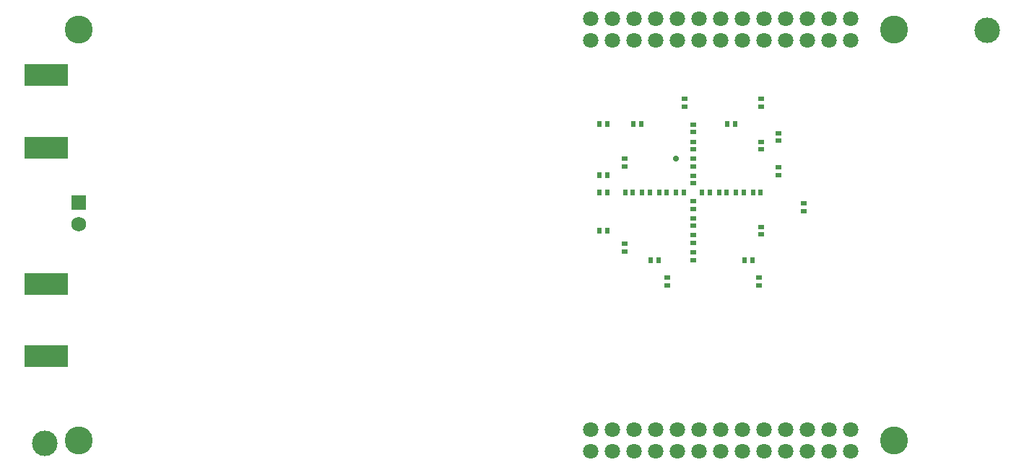
<source format=gbs>
G04 (created by PCBNEW (2013-mar-25)-stable) date Friday, July 17, 2015 01:34:24 PM*
%MOIN*%
G04 Gerber Fmt 3.4, Leading zero omitted, Abs format*
%FSLAX34Y34*%
G01*
G70*
G90*
G04 APERTURE LIST*
%ADD10C,0.006*%
%ADD11C,0.0708661*%
%ADD12C,0.128937*%
%ADD13C,0.0275591*%
%ADD14R,0.0688976X0.0688976*%
%ADD15C,0.0688976*%
%ADD16R,0.203937X0.0990157*%
%ADD17R,0.0275591X0.019685*%
%ADD18R,0.019685X0.0275591*%
%ADD19C,0.11811*%
G04 APERTURE END LIST*
G54D10*
G54D11*
X68305Y-48370D03*
X68305Y-49370D03*
X67305Y-48370D03*
X67305Y-49370D03*
X66305Y-48370D03*
X66305Y-49370D03*
X65305Y-48370D03*
X65305Y-49370D03*
X64305Y-48370D03*
X64305Y-49370D03*
X63305Y-48370D03*
X63305Y-49370D03*
X62305Y-48370D03*
X62305Y-49370D03*
X61305Y-48370D03*
X61305Y-49370D03*
X60305Y-48370D03*
X60305Y-49370D03*
X59305Y-48370D03*
X59305Y-49370D03*
X58305Y-48370D03*
X58305Y-49370D03*
X57305Y-48370D03*
X57305Y-49370D03*
X56305Y-48370D03*
X56305Y-49370D03*
X68305Y-29370D03*
X68305Y-30370D03*
X67305Y-29370D03*
X67305Y-30370D03*
X66305Y-29370D03*
X66305Y-30370D03*
X65305Y-29370D03*
X65305Y-30370D03*
X64305Y-29370D03*
X64305Y-30370D03*
X63305Y-29370D03*
X63305Y-30370D03*
X62305Y-29370D03*
X62305Y-30370D03*
X61305Y-29370D03*
X61305Y-30370D03*
X60305Y-29370D03*
X60305Y-30370D03*
X59305Y-29370D03*
X59305Y-30370D03*
X58305Y-29370D03*
X58305Y-30370D03*
X57305Y-29370D03*
X57305Y-30370D03*
X56305Y-29370D03*
X56305Y-30370D03*
G54D12*
X70305Y-29870D03*
X70305Y-48870D03*
X32677Y-29870D03*
X32677Y-48870D03*
G54D13*
X60236Y-35826D03*
G54D14*
X32677Y-37885D03*
G54D15*
X32677Y-38885D03*
G54D16*
X31185Y-44982D03*
X31185Y-41631D03*
X31185Y-35336D03*
X31185Y-31986D03*
G54D17*
X61023Y-38956D03*
X61023Y-38602D03*
X60629Y-33444D03*
X60629Y-33090D03*
X59842Y-41358D03*
X59842Y-41712D03*
X64960Y-35019D03*
X64960Y-34665D03*
G54D18*
X57066Y-36614D03*
X56712Y-36614D03*
X57066Y-34251D03*
X56712Y-34251D03*
G54D17*
X64074Y-41358D03*
X64074Y-41712D03*
G54D18*
X57066Y-37401D03*
X56712Y-37401D03*
X57066Y-39173D03*
X56712Y-39173D03*
G54D17*
X64173Y-33444D03*
X64173Y-33090D03*
X64960Y-36240D03*
X64960Y-36594D03*
X66141Y-37913D03*
X66141Y-38267D03*
G54D18*
X63759Y-40551D03*
X63405Y-40551D03*
X58681Y-37401D03*
X59035Y-37401D03*
X58248Y-37401D03*
X57893Y-37401D03*
G54D17*
X64173Y-39350D03*
X64173Y-38996D03*
G54D18*
X62618Y-34251D03*
X62972Y-34251D03*
G54D17*
X61023Y-39389D03*
X61023Y-39744D03*
X61023Y-40177D03*
X61023Y-40531D03*
X57874Y-35846D03*
X57874Y-36200D03*
G54D18*
X59429Y-40551D03*
X59074Y-40551D03*
G54D17*
X61023Y-35059D03*
X61023Y-35413D03*
G54D18*
X58287Y-34251D03*
X58641Y-34251D03*
G54D17*
X61023Y-37814D03*
X61023Y-38169D03*
G54D18*
X59822Y-37401D03*
X59468Y-37401D03*
G54D17*
X61023Y-36200D03*
X61023Y-35846D03*
X64173Y-35413D03*
X64173Y-35059D03*
X61023Y-36988D03*
X61023Y-36633D03*
G54D18*
X61437Y-37401D03*
X61791Y-37401D03*
X63011Y-37401D03*
X63366Y-37401D03*
G54D17*
X61023Y-34625D03*
X61023Y-34271D03*
G54D18*
X60610Y-37401D03*
X60255Y-37401D03*
G54D17*
X57874Y-39783D03*
X57874Y-40137D03*
G54D18*
X62224Y-37401D03*
X62578Y-37401D03*
X63799Y-37401D03*
X64153Y-37401D03*
G54D19*
X31102Y-49015D03*
X74606Y-29921D03*
M02*

</source>
